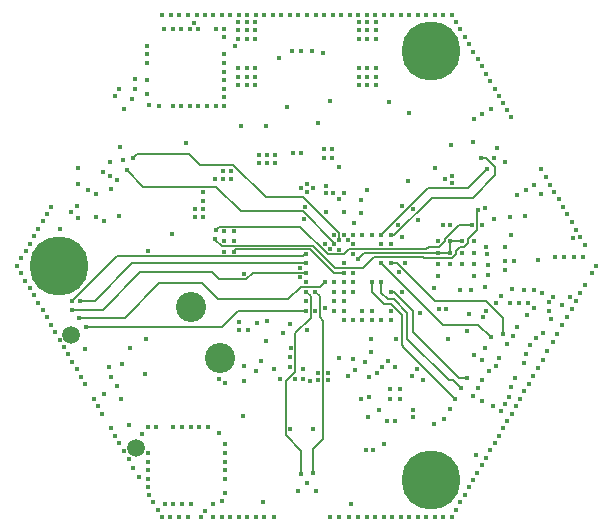
<source format=gbr>
%TF.GenerationSoftware,KiCad,Pcbnew,9.0.5*%
%TF.CreationDate,2025-10-19T17:26:29+02:00*%
%TF.ProjectId,PCB_PAPI,5043425f-5041-4504-992e-6b696361645f,rev?*%
%TF.SameCoordinates,Original*%
%TF.FileFunction,Copper,L6,Inr*%
%TF.FilePolarity,Positive*%
%FSLAX46Y46*%
G04 Gerber Fmt 4.6, Leading zero omitted, Abs format (unit mm)*
G04 Created by KiCad (PCBNEW 9.0.5) date 2025-10-19 17:26:29*
%MOMM*%
%LPD*%
G01*
G04 APERTURE LIST*
%TA.AperFunction,ComponentPad*%
%ADD10C,0.800000*%
%TD*%
%TA.AperFunction,ComponentPad*%
%ADD11C,5.000000*%
%TD*%
%TA.AperFunction,ComponentPad*%
%ADD12C,2.550000*%
%TD*%
%TA.AperFunction,ComponentPad*%
%ADD13C,1.500000*%
%TD*%
%TA.AperFunction,ViaPad*%
%ADD14C,0.400000*%
%TD*%
%TA.AperFunction,Conductor*%
%ADD15C,0.160000*%
%TD*%
G04 APERTURE END LIST*
D10*
%TO.N,GND*%
%TO.C,H1*%
X137625000Y-101186533D03*
X138174175Y-99860708D03*
X138174175Y-102512358D03*
X139500000Y-99311533D03*
D11*
X139500000Y-101186533D03*
D10*
X139500000Y-103061533D03*
X140825825Y-99860708D03*
X140825825Y-102512358D03*
X141375000Y-101186533D03*
%TD*%
%TO.N,GND*%
%TO.C,H3*%
X137625000Y-64813467D03*
X138174175Y-63487642D03*
X138174175Y-66139292D03*
X139500000Y-62938467D03*
D11*
X139500000Y-64813467D03*
D10*
X139500000Y-66688467D03*
X140825825Y-63487642D03*
X140825825Y-66139292D03*
X141375000Y-64813467D03*
%TD*%
%TO.N,GND*%
%TO.C,H2*%
X106125000Y-83000000D03*
X106674175Y-81674175D03*
X106674175Y-84325825D03*
X108000000Y-81125000D03*
D11*
X108000000Y-83000000D03*
D10*
X108000000Y-84875000D03*
X109325825Y-81674175D03*
X109325825Y-84325825D03*
X109875000Y-83000000D03*
%TD*%
D12*
%TO.N,VBAT+*%
%TO.C,J3*%
X119173647Y-86476918D03*
%TO.N,GND*%
X121673647Y-90807046D03*
D13*
X114513393Y-98405122D03*
X109013393Y-88878842D03*
%TD*%
D14*
%TO.N,GND*%
X133300000Y-82410000D03*
X131120000Y-73860000D03*
X130450000Y-73880000D03*
X130910000Y-81630000D03*
X132470000Y-80820000D03*
X137550000Y-75790000D03*
%TO.N,+3.3V*%
X128500000Y-73490000D03*
X127800000Y-73490000D03*
%TO.N,GND*%
X115580000Y-81760000D03*
X117570000Y-80310000D03*
X111810000Y-93830000D03*
X113290000Y-94250000D03*
X115304955Y-92164248D03*
%TO.N,Net-(U1-BOOT0)*%
X125130000Y-91100000D03*
%TO.N,GND*%
X135890000Y-91090000D03*
X135800000Y-96140000D03*
X139740000Y-96420000D03*
X143830000Y-94450000D03*
X144710000Y-94890000D03*
X145420000Y-95270000D03*
X143060000Y-94000000D03*
X143470000Y-93350000D03*
X143850000Y-92710000D03*
X144420000Y-91920000D03*
X144970000Y-91490000D03*
X146300000Y-93290000D03*
X146070000Y-94150000D03*
X145730000Y-94680000D03*
X138840000Y-92690000D03*
X138300000Y-91710000D03*
X140970000Y-89180000D03*
X139870000Y-74730000D03*
X141200000Y-72760000D03*
X144080000Y-78130000D03*
X143080000Y-72520000D03*
X126630000Y-65380000D03*
X130360000Y-64990000D03*
X114480000Y-68040000D03*
X109640000Y-74760000D03*
X112450000Y-76480000D03*
X123275000Y-88450000D03*
X123275000Y-87750000D03*
X123975000Y-88450000D03*
X128990000Y-88470000D03*
X127000000Y-88720000D03*
X127570000Y-87950000D03*
X125620000Y-87700000D03*
X128760000Y-79060000D03*
X128850000Y-78060000D03*
X133000000Y-79390000D03*
X136700000Y-79540000D03*
X137040000Y-80550000D03*
X137270000Y-82740000D03*
X136780000Y-83530000D03*
X137050000Y-85240000D03*
X139740000Y-84920000D03*
X144042500Y-84800000D03*
X151270000Y-85640000D03*
X150560000Y-86290000D03*
X149860000Y-85670000D03*
X147490000Y-78810000D03*
X138420000Y-79110000D03*
X130600000Y-76230000D03*
X130450000Y-73140000D03*
X131110000Y-73150000D03*
X111800000Y-79200000D03*
X125625000Y-73600000D03*
X126114000Y-61750808D03*
X123400000Y-71200000D03*
X142120000Y-80900000D03*
X148850000Y-74850000D03*
X133050000Y-91860000D03*
X117690000Y-103205000D03*
X133410000Y-67005000D03*
X143075000Y-101143648D03*
X139102000Y-104270000D03*
X144970000Y-86150000D03*
X133593705Y-77407982D03*
X109500000Y-91764593D03*
X149218000Y-75506756D03*
X123630000Y-92770000D03*
X128690000Y-91740000D03*
X142353000Y-102394189D03*
X141992000Y-103019459D03*
X137666000Y-61750808D03*
X152150000Y-80600000D03*
X118164000Y-104270000D03*
X113500000Y-69750000D03*
X114750000Y-100850000D03*
X139832000Y-61750808D03*
X133893701Y-91193701D03*
X106983000Y-78632299D03*
X144886000Y-68003512D03*
X123948000Y-61750808D03*
X151800000Y-79950000D03*
X140120000Y-83900000D03*
X117450000Y-61750808D03*
X122504000Y-61750808D03*
X129724000Y-61750808D03*
X146390000Y-85000000D03*
X133410000Y-62375000D03*
X124590000Y-67005000D03*
X110944000Y-94265674D03*
X133410000Y-63075000D03*
X116965000Y-103205000D03*
X141637000Y-62376079D03*
X146750000Y-88200000D03*
X146950000Y-86150000D03*
X144519000Y-98642567D03*
X120590000Y-96680000D03*
X120540000Y-69470000D03*
X146450000Y-88950000D03*
X130650000Y-76850000D03*
X121052000Y-104270000D03*
X147550000Y-90450000D03*
X123890000Y-63075000D03*
X147407000Y-93640404D03*
X111666000Y-95516215D03*
X118415000Y-96680000D03*
X149450000Y-86100000D03*
X137900000Y-92375000D03*
X143436000Y-100518378D03*
X134810000Y-63775000D03*
X136222000Y-61750808D03*
X123226000Y-61750808D03*
X123190000Y-67705000D03*
X117640000Y-62945000D03*
X148560000Y-82480000D03*
X135300000Y-87600000D03*
X147750000Y-86150000D03*
X142550000Y-88500000D03*
X133700000Y-87600000D03*
X134110000Y-63075000D03*
X148250000Y-76200000D03*
X145963000Y-96141485D03*
X146650000Y-92500000D03*
X124670000Y-61750808D03*
X146550000Y-82642500D03*
X121782000Y-61750808D03*
X121265000Y-62945000D03*
X129900000Y-70950000D03*
X150301000Y-77382567D03*
X117640000Y-69470000D03*
X133334000Y-61750808D03*
X128280000Y-61750808D03*
X129525000Y-96800000D03*
X153450000Y-83000000D03*
X118750000Y-72600000D03*
X148900000Y-85350000D03*
X116915000Y-62945000D03*
X127530000Y-90690000D03*
X124662000Y-104270000D03*
X122850000Y-81800000D03*
X142120000Y-82900000D03*
X127600000Y-96800000D03*
X104817000Y-82383921D03*
X121990000Y-66570000D03*
X135492000Y-104270000D03*
X139824000Y-104270000D03*
X113330000Y-91320000D03*
X136053705Y-94247982D03*
X138014170Y-78200000D03*
X135500000Y-61750808D03*
X121990000Y-68020000D03*
X119090000Y-69470000D03*
X121774000Y-104270000D03*
X125625000Y-74300000D03*
X132612000Y-61750808D03*
X123630000Y-91530000D03*
X134810000Y-62375000D03*
X140120000Y-82900000D03*
X112388000Y-96766756D03*
X148550000Y-91650000D03*
X133588705Y-78527982D03*
X144550000Y-69700000D03*
X121060000Y-61750808D03*
X129002000Y-61750808D03*
X121990000Y-63670000D03*
X115465000Y-67300000D03*
X142714000Y-101768918D03*
X133410000Y-67705000D03*
X147577429Y-76575945D03*
X136936000Y-104270000D03*
X140120000Y-80900000D03*
X111150000Y-76950000D03*
X111305000Y-94890945D03*
X143797000Y-99893107D03*
X151400000Y-86700000D03*
X136853705Y-93447982D03*
X134770000Y-104270000D03*
X129280000Y-92740000D03*
X146324000Y-95516215D03*
X113120000Y-68002704D03*
X119815000Y-69470000D03*
X124590000Y-63075000D03*
X105529000Y-84886619D03*
X132100000Y-84400000D03*
X122850000Y-80950000D03*
X146800000Y-77000000D03*
X134810000Y-67705000D03*
X123890000Y-63775000D03*
X110228769Y-90072037D03*
X113953769Y-96523927D03*
X148150000Y-92350000D03*
X143442000Y-65502430D03*
X115515000Y-98855000D03*
X121040000Y-103210000D03*
X122040000Y-98855000D03*
X125250000Y-103050000D03*
X136853705Y-94247982D03*
X134056000Y-61750808D03*
X114300000Y-100100000D03*
X123890000Y-62375000D03*
X115998000Y-103019459D03*
X143120000Y-80900000D03*
X107695000Y-88638241D03*
X117690000Y-96680000D03*
X121950000Y-80100000D03*
X126325000Y-73600000D03*
X115465000Y-64395000D03*
X118415000Y-103205000D03*
X124660000Y-91910000D03*
X112230000Y-91610000D03*
X141120000Y-80900000D03*
X145241000Y-97392026D03*
X148200000Y-85100000D03*
X124590000Y-62375000D03*
X131700000Y-81650000D03*
X132900000Y-90925000D03*
X118886000Y-104270000D03*
X123190000Y-63075000D03*
X117442000Y-104270000D03*
X123890000Y-67705000D03*
X136053705Y-93447982D03*
X105168000Y-84261349D03*
X132093799Y-78425000D03*
X123190000Y-62375000D03*
X123675000Y-83725000D03*
X113500000Y-98700000D03*
X116730000Y-61750000D03*
X144158000Y-99267837D03*
X131168000Y-61750808D03*
X122496000Y-104270000D03*
X145450000Y-85550000D03*
X119815000Y-62945000D03*
X147046000Y-94265674D03*
X123890000Y-67005000D03*
X145950000Y-69800000D03*
X120338000Y-61750808D03*
X132525000Y-104275000D03*
X132130000Y-76840000D03*
X125500000Y-71200000D03*
X118900000Y-61750000D03*
X113110000Y-98017296D03*
X124925000Y-74300000D03*
X121990000Y-65120000D03*
X123190000Y-66305000D03*
X127300000Y-69600000D03*
X131890000Y-61750808D03*
X121950000Y-81800000D03*
X134110000Y-62375000D03*
X124590000Y-66305000D03*
X109861000Y-92389863D03*
X125540000Y-89380000D03*
X108417000Y-89888782D03*
X142720000Y-64251890D03*
X127570000Y-91620000D03*
X122040000Y-98130000D03*
X144525000Y-67378241D03*
X135510000Y-98080000D03*
X124590000Y-67705000D03*
X108778000Y-90514052D03*
X115515000Y-96680000D03*
X150200000Y-88750000D03*
X107344000Y-78007029D03*
X116440000Y-69480000D03*
X152150000Y-85350000D03*
X131700000Y-104275000D03*
X141120000Y-81900000D03*
X134100000Y-76600000D03*
X114222373Y-68913175D03*
X134810000Y-67005000D03*
X122040000Y-101030000D03*
X123560000Y-95710000D03*
X122050000Y-102230000D03*
X149350000Y-90200000D03*
X147900000Y-89750000D03*
X123940000Y-104270000D03*
X108056000Y-89263512D03*
X134400000Y-90300000D03*
X134110000Y-63775000D03*
X106251000Y-86137160D03*
X126836000Y-61750808D03*
X137658000Y-104270000D03*
X134250000Y-94100000D03*
X136480000Y-96140000D03*
X143120000Y-82900000D03*
X147400000Y-85100000D03*
X143120000Y-81900000D03*
X133326000Y-104270000D03*
X122850000Y-80100000D03*
X143081000Y-64877160D03*
X145602000Y-96766756D03*
X123190000Y-63775000D03*
X151400000Y-79300000D03*
X121520000Y-97150000D03*
X147600000Y-87150000D03*
X141120000Y-82900000D03*
X137625000Y-70100000D03*
X151000000Y-87350000D03*
X115465000Y-65845000D03*
X116359000Y-103644729D03*
X109600000Y-76100000D03*
X144069400Y-89932462D03*
X143313813Y-99006250D03*
X134110000Y-67005000D03*
X145300000Y-90850000D03*
X135925000Y-69127276D03*
X119160000Y-103210000D03*
X123190000Y-67005000D03*
X152500000Y-81250000D03*
X149579000Y-76132026D03*
X151800000Y-86000000D03*
X112749000Y-97392026D03*
X148950000Y-90950000D03*
X118365000Y-69470000D03*
X109139000Y-91139323D03*
X125392000Y-61750808D03*
X104807000Y-83636079D03*
X138388000Y-61750808D03*
X138380000Y-104270000D03*
X108130000Y-79860000D03*
X134110000Y-66305000D03*
X142754088Y-87060000D03*
X130500000Y-86550000D03*
X119090000Y-62945000D03*
X130920000Y-69090000D03*
X105539000Y-81133381D03*
X146300000Y-70400000D03*
X134778000Y-61750808D03*
X152550000Y-84650000D03*
X147400000Y-91250000D03*
X132700000Y-103150000D03*
X118172000Y-61750808D03*
X127558000Y-61750808D03*
X144164000Y-66752971D03*
X134200000Y-95840000D03*
X149450000Y-86850000D03*
X134900000Y-92075000D03*
X148350000Y-89100000D03*
X138600000Y-87000000D03*
X133410000Y-66305000D03*
X148950000Y-88700000D03*
X106973000Y-87387701D03*
X148200000Y-86600000D03*
X114420000Y-67180000D03*
X119650000Y-61750000D03*
X107334000Y-88012971D03*
X141276000Y-61750808D03*
X123218000Y-104270000D03*
X141998000Y-63001349D03*
X126325000Y-74300000D03*
X115510000Y-101710000D03*
X146685000Y-94890945D03*
X134110000Y-67705000D03*
X125384000Y-104270000D03*
X143120000Y-83900000D03*
X113900000Y-99400000D03*
X124590000Y-63775000D03*
X142359000Y-63626619D03*
X116240000Y-96680000D03*
X115460000Y-68470000D03*
X130975000Y-104275000D03*
X143100000Y-70550000D03*
X104446000Y-83010808D03*
X110422571Y-76579945D03*
X121990000Y-68745000D03*
X116720000Y-104270000D03*
X150662000Y-78007837D03*
X141631000Y-103644729D03*
X144880000Y-98017296D03*
X132100000Y-83600000D03*
X105890000Y-85511890D03*
X145250000Y-68600000D03*
X106612000Y-86762430D03*
X126170000Y-91747982D03*
X153100000Y-83650000D03*
X139110000Y-61750808D03*
X134810000Y-63075000D03*
X140546000Y-104270000D03*
X112759000Y-68627974D03*
X149800000Y-89450000D03*
X140120000Y-81900000D03*
X130446000Y-61750808D03*
X147768000Y-93015134D03*
X142120000Y-81900000D03*
X151023000Y-78633107D03*
X136214000Y-104270000D03*
X115465000Y-65120000D03*
X121990000Y-67295000D03*
X121990000Y-65845000D03*
X119140000Y-96680000D03*
X121810000Y-102960000D03*
X133410000Y-63775000D03*
X135120000Y-95190000D03*
X110222000Y-93015134D03*
X149700000Y-87500000D03*
X126200000Y-104275000D03*
X123890000Y-66305000D03*
X143852429Y-70124055D03*
X120000000Y-104250000D03*
X122040000Y-100305000D03*
X134810000Y-66305000D03*
X105178000Y-81758651D03*
X124925000Y-73600000D03*
X140554000Y-61750808D03*
X134048000Y-104270000D03*
X141270000Y-104270000D03*
X132100000Y-85200000D03*
X113100000Y-78810000D03*
X121990000Y-69470000D03*
X145950000Y-89600000D03*
X121990000Y-62945000D03*
X115637000Y-102394189D03*
X106622000Y-79257570D03*
X150600000Y-88050000D03*
X115510000Y-99600000D03*
X149940000Y-76757296D03*
X105900000Y-80508110D03*
X121265000Y-69470000D03*
X119865000Y-96680000D03*
X146150000Y-86150000D03*
X143803000Y-66127701D03*
X122040000Y-99580000D03*
X131740000Y-90800000D03*
X118365000Y-62945000D03*
X145600000Y-69200000D03*
X130591205Y-78467982D03*
X136944000Y-61750808D03*
X115515000Y-101030000D03*
X106261000Y-79882840D03*
X115515000Y-100305000D03*
X121950000Y-80950000D03*
%TO.N,+3.3V*%
X134450000Y-89250000D03*
X136550000Y-89250000D03*
X128503705Y-76397982D03*
X141250000Y-76000000D03*
X150800000Y-82275000D03*
X134600000Y-98600000D03*
X112950000Y-75750000D03*
X150000000Y-82275000D03*
X129500000Y-76400000D03*
X144185000Y-86850000D03*
X112300000Y-75400000D03*
X131300000Y-86800000D03*
X140775000Y-86650000D03*
X132900000Y-83600000D03*
X151600000Y-82275000D03*
X132900000Y-84400000D03*
X132900000Y-85200000D03*
X134000000Y-98600000D03*
X136100000Y-87600000D03*
X128980000Y-76097984D03*
X134500000Y-87600000D03*
X128980000Y-76760000D03*
X129700000Y-86800000D03*
X140700000Y-75700000D03*
X152400000Y-82275000D03*
X141250000Y-75400000D03*
X140207500Y-86650000D03*
X111700000Y-75050000D03*
X143925000Y-87375000D03*
%TO.N,/HP+*%
X140569400Y-95994640D03*
%TO.N,Net-(C7-Pad1)*%
X132100000Y-82800000D03*
%TO.N,/HP-*%
X141069400Y-95128614D03*
%TO.N,Net-(C10-Pad1)*%
X132900000Y-82000000D03*
%TO.N,VBAT+*%
X124810000Y-87850000D03*
%TO.N,+5V*%
X120200000Y-77500000D03*
X114054955Y-89999184D03*
X119500000Y-78200000D03*
X115400000Y-89200000D03*
X120200000Y-78200000D03*
X120200000Y-76800000D03*
X120200000Y-78900000D03*
X119500000Y-78900000D03*
%TO.N,4.5V*%
X137950000Y-95800000D03*
X120340000Y-103730000D03*
X122600000Y-75700000D03*
X137950000Y-95250000D03*
X121200000Y-75700000D03*
X121900000Y-75700000D03*
X143800000Y-90950000D03*
X109502276Y-77962083D03*
X122075000Y-92940000D03*
X122600000Y-75000000D03*
X121590000Y-92580000D03*
X121900000Y-75000000D03*
X132500000Y-92300000D03*
X122910000Y-64440000D03*
X143150000Y-90550000D03*
%TO.N,/NRST*%
X131675000Y-74675000D03*
X129400000Y-64800000D03*
X132100000Y-87600000D03*
%TO.N,/GPIO_MOT1*%
X145100000Y-73000000D03*
X132900000Y-81200000D03*
%TO.N,/TX_MOT1*%
X134500000Y-80400000D03*
X145750000Y-74200000D03*
%TO.N,/RX_MOT1*%
X144849599Y-73849599D03*
X133700000Y-80400000D03*
%TO.N,/RX_MOT2*%
X129000000Y-101400000D03*
X134500000Y-86800000D03*
%TO.N,/TX_MOT2*%
X133700000Y-86800000D03*
X128200000Y-102050000D03*
%TO.N,/GPIO_MOT2*%
X129800000Y-102050000D03*
X136100000Y-86800000D03*
%TO.N,/GPIO_MOT3*%
X112300000Y-74200000D03*
X131300000Y-80400000D03*
%TO.N,/TX_MOT3*%
X113175000Y-72925000D03*
X132900000Y-80400000D03*
%TO.N,/RX_MOT3*%
X132100000Y-80400000D03*
X113433154Y-74016846D03*
%TO.N,/ESP32_TX*%
X141109144Y-79534697D03*
X135300000Y-81200000D03*
%TO.N,/ESP32_RX*%
X136100000Y-81200000D03*
X140516306Y-79550038D03*
%TO.N,/ACCEL_MOSI*%
X132100000Y-86000000D03*
X128650000Y-92600000D03*
%TO.N,Net-(IC5-INT2)*%
X129943705Y-92707982D03*
%TO.N,/ACCEL_MISO*%
X131300000Y-86000000D03*
X128000000Y-92600000D03*
%TO.N,Net-(IC5-INT1)*%
X130773705Y-92707982D03*
%TO.N,/ACCEL_CLK*%
X126750000Y-92626338D03*
X128900000Y-86000000D03*
%TO.N,/ACCEL_INT2*%
X129943705Y-92067982D03*
X132100000Y-86800000D03*
%TO.N,/ACCEL_INT1*%
X130773705Y-92067982D03*
X132900000Y-87600000D03*
%TO.N,/MOUSE_INT*%
X128900000Y-86800000D03*
X110300000Y-88175000D03*
%TO.N,/SWDIO*%
X127700000Y-64800000D03*
X131210000Y-76870000D03*
%TO.N,/SWCLK*%
X128500000Y-64800000D03*
X131730000Y-77330000D03*
%TO.N,/RX_LIDAR*%
X112900000Y-93200000D03*
X131300000Y-85200000D03*
%TO.N,/SDA_TOF1*%
X144250000Y-74850000D03*
X135300000Y-80400000D03*
%TO.N,/SDA_TOF3*%
X114300000Y-73900000D03*
X131700000Y-80800000D03*
%TO.N,/SCL_TOF1*%
X143750000Y-73850000D03*
X136100000Y-80400000D03*
%TO.N,/SDA_TOF2*%
X128900000Y-85200000D03*
X128500000Y-100600000D03*
%TO.N,/SDA_OLED*%
X136100000Y-82800000D03*
X145600000Y-88750000D03*
%TO.N,/LIDAR_PWM*%
X112400000Y-92450000D03*
X128900000Y-84400000D03*
%TO.N,/MOUSE_CS*%
X109087500Y-85987500D03*
X128900000Y-82000000D03*
%TO.N,/SCL_TOF2*%
X129500000Y-100550000D03*
X129700000Y-85200000D03*
%TO.N,/SCL_OLED*%
X144569400Y-89066436D03*
X135300000Y-82800000D03*
%TO.N,/SCL_TOF3*%
X113750000Y-74900000D03*
X131300000Y-81200000D03*
%TO.N,/MOUSE_MISO*%
X109100000Y-86725000D03*
X128900000Y-83600000D03*
%TO.N,/LED_TIM*%
X136100000Y-85200000D03*
X142569400Y-92530538D03*
%TO.N,/TX_SUP*%
X142069400Y-93396564D03*
X135300000Y-84400000D03*
%TO.N,/RX_SUP*%
X141569400Y-94262589D03*
X134500000Y-84400000D03*
%TO.N,Net-(IC8-~{OE})*%
X111147724Y-78912083D03*
%TO.N,Net-(U1-BOOT0)*%
X131300000Y-84400000D03*
X127620000Y-90000787D03*
%TO.N,Net-(IC8-Y)*%
X109000000Y-78450000D03*
X115600000Y-69420000D03*
%TO.N,Net-(LED2-DOUT)*%
X119400000Y-62450000D03*
X115040000Y-97292878D03*
%TO.N,Net-(U5-GPIO0)*%
X145800000Y-83400000D03*
%TO.N,RESET*%
X144350000Y-83800000D03*
%TO.N,/ESP32/mic_sck*%
X151525000Y-80675000D03*
%TO.N,/ESP32/mic_data*%
X146250000Y-80400000D03*
%TO.N,Net-(U5-GPIO3)*%
X144270000Y-82010000D03*
%TO.N,/ESP32/mic_frame_sck*%
X146150000Y-78850000D03*
%TO.N,/ESP32/BOOT1*%
X142850000Y-85100000D03*
%TO.N,Net-(U5-VDD_SPI)*%
X137039170Y-77950000D03*
%TO.N,/MOUSE_CLK*%
X128900000Y-82800000D03*
X109780000Y-85975000D03*
%TO.N,/MOUSE_MOSI*%
X130500000Y-84400000D03*
X109730000Y-87400000D03*
%TO.N,/ESP32/max_data*%
X144150000Y-81400000D03*
X134250000Y-92400000D03*
%TO.N,/ESP32/max_bit_clk*%
X135350000Y-91550000D03*
X145750000Y-82600000D03*
%TO.N,/RGB_TOM_JERRY*%
X109650000Y-79000000D03*
X130500000Y-81200000D03*
%TO.N,Net-(U5-GPIO45)*%
X141950000Y-85100000D03*
%TO.N,/ESP32/max_frame_clk*%
X136445361Y-91554639D03*
X144350000Y-82950000D03*
%TO.N,/ESP32/SD_FSPIQ*%
X121275000Y-79975000D03*
X143000000Y-79550000D03*
%TO.N,/ESP32/SD_FSPICLK*%
X121250000Y-80700000D03*
X143450000Y-78300000D03*
%TO.N,/ESP32/SD_FSPID*%
X128425000Y-83175000D03*
X143820000Y-79550000D03*
%TO.N,/ESP32/SD_FSPICS*%
X128450000Y-84000000D03*
X144850000Y-79050000D03*
%TO.N,/ESP32/max_gpio*%
X133600000Y-94250000D03*
X145800000Y-81400000D03*
%TO.N,Net-(MK2-LR)*%
X148800000Y-76900000D03*
%TD*%
D15*
%TO.N,GND*%
X133300000Y-82410000D02*
X133330000Y-82410000D01*
X140080000Y-81940000D02*
X140120000Y-81900000D01*
X133800000Y-81940000D02*
X140080000Y-81940000D01*
X133330000Y-82410000D02*
X133800000Y-81940000D01*
X141120000Y-80900000D02*
X142120000Y-80900000D01*
X141120000Y-81900000D02*
X141120000Y-80900000D01*
X140120000Y-81900000D02*
X141120000Y-81900000D01*
X123031000Y-81619000D02*
X122850000Y-81800000D01*
X129299000Y-81619000D02*
X123031000Y-81619000D01*
X131280000Y-83600000D02*
X129299000Y-81619000D01*
X132100000Y-83600000D02*
X131280000Y-83600000D01*
%TO.N,/SDA_TOF2*%
X127219000Y-92781000D02*
X127219000Y-97369000D01*
X128500000Y-98650000D02*
X128500000Y-100600000D01*
X128010000Y-91990000D02*
X127219000Y-92781000D01*
X127219000Y-97369000D02*
X128500000Y-98650000D01*
X128010000Y-88740000D02*
X128010000Y-91990000D01*
X129300000Y-87450000D02*
X128010000Y-88740000D01*
X129300000Y-85600000D02*
X129300000Y-87450000D01*
X128900000Y-85200000D02*
X129300000Y-85600000D01*
%TO.N,/SCL_TOF3*%
X123400000Y-78400000D02*
X128640000Y-78400000D01*
X121300000Y-76300000D02*
X123400000Y-78400000D01*
X115150000Y-76300000D02*
X121300000Y-76300000D01*
X131300000Y-81060000D02*
X131300000Y-81200000D01*
X113750000Y-74900000D02*
X115150000Y-76300000D01*
X128640000Y-78400000D02*
X131300000Y-81060000D01*
%TO.N,/SDA_OLED*%
X145600000Y-87400000D02*
X145600000Y-88750000D01*
X144200000Y-86000000D02*
X145600000Y-87400000D01*
X136620000Y-82800000D02*
X139820000Y-86000000D01*
X139820000Y-86000000D02*
X144200000Y-86000000D01*
X136100000Y-82800000D02*
X136620000Y-82800000D01*
%TO.N,/SCL_TOF1*%
X143050000Y-77250000D02*
X144950000Y-75350000D01*
X144950000Y-75350000D02*
X144950000Y-74650000D01*
X144950000Y-74650000D02*
X144150000Y-73850000D01*
X144150000Y-73850000D02*
X143750000Y-73850000D01*
X136400000Y-80400000D02*
X139550000Y-77250000D01*
X139550000Y-77250000D02*
X143050000Y-77250000D01*
X136100000Y-80400000D02*
X136400000Y-80400000D01*
%TO.N,/MOUSE_INT*%
X121825000Y-88175000D02*
X110300000Y-88175000D01*
X123200000Y-86800000D02*
X121825000Y-88175000D01*
X128900000Y-86800000D02*
X123200000Y-86800000D01*
%TO.N,/SDA_TOF1*%
X135300000Y-80375354D02*
X139225354Y-76450000D01*
X142650000Y-76450000D02*
X144250000Y-74850000D01*
X135300000Y-80400000D02*
X135300000Y-80375354D01*
X139225354Y-76450000D02*
X142650000Y-76450000D01*
%TO.N,/SDA_TOF3*%
X128638816Y-77200000D02*
X125500000Y-77200000D01*
X125500000Y-77200000D02*
X122750000Y-74450000D01*
X131700000Y-80800000D02*
X131700000Y-80261184D01*
X119950000Y-74450000D02*
X119050000Y-73550000D01*
X119050000Y-73550000D02*
X114650000Y-73550000D01*
X122750000Y-74450000D02*
X119950000Y-74450000D01*
X131700000Y-80261184D02*
X128638816Y-77200000D01*
X114650000Y-73550000D02*
X114300000Y-73900000D01*
%TO.N,/MOUSE_CS*%
X109087500Y-85987500D02*
X112875000Y-82200000D01*
X128700000Y-82200000D02*
X128900000Y-82000000D01*
X112875000Y-82200000D02*
X128700000Y-82200000D01*
%TO.N,/SCL_TOF2*%
X129500000Y-100550000D02*
X129500000Y-98550000D01*
X130350000Y-97700000D02*
X130350000Y-87650000D01*
X130080000Y-87380000D02*
X130080000Y-85580000D01*
X130080000Y-85580000D02*
X129700000Y-85200000D01*
X129500000Y-98550000D02*
X130350000Y-97700000D01*
X130350000Y-87650000D02*
X130080000Y-87380000D01*
%TO.N,/SCL_OLED*%
X143502964Y-88000000D02*
X144569400Y-89066436D01*
X135300000Y-82800000D02*
X140500000Y-88000000D01*
X140500000Y-88000000D02*
X143502964Y-88000000D01*
%TO.N,/MOUSE_MISO*%
X111725000Y-86725000D02*
X109100000Y-86725000D01*
X128900000Y-83600000D02*
X124400000Y-83600000D01*
X121550000Y-84150000D02*
X120950000Y-83550000D01*
X120950000Y-83550000D02*
X114900000Y-83550000D01*
X114900000Y-83550000D02*
X111725000Y-86725000D01*
X123850000Y-84150000D02*
X121550000Y-84150000D01*
X124400000Y-83600000D02*
X123850000Y-84150000D01*
%TO.N,/LED_TIM*%
X142569400Y-92530538D02*
X141830538Y-92530538D01*
X136350000Y-85200000D02*
X136100000Y-85200000D01*
X137950000Y-86800000D02*
X136350000Y-85200000D01*
X137950000Y-88650000D02*
X137950000Y-86800000D01*
X141830538Y-92530538D02*
X137950000Y-88650000D01*
%TO.N,/TX_SUP*%
X135300000Y-85300000D02*
X135850000Y-85850000D01*
X141000000Y-92700000D02*
X141372836Y-92700000D01*
X135300000Y-84400000D02*
X135300000Y-85300000D01*
X136350000Y-85850000D02*
X137500000Y-87000000D01*
X137500000Y-89200000D02*
X141000000Y-92700000D01*
X135850000Y-85850000D02*
X136350000Y-85850000D01*
X137500000Y-87000000D02*
X137500000Y-89200000D01*
X141372836Y-92700000D02*
X142069400Y-93396564D01*
%TO.N,/RX_SUP*%
X136088816Y-86250000D02*
X135550000Y-86250000D01*
X137050000Y-87211184D02*
X136088816Y-86250000D01*
X137250000Y-89943189D02*
X137243189Y-89943189D01*
X137050000Y-89750000D02*
X137050000Y-87211184D01*
X134500000Y-85200000D02*
X134500000Y-84400000D01*
X137243189Y-89943189D02*
X137050000Y-89750000D01*
X141569400Y-94262589D02*
X137250000Y-89943189D01*
X135550000Y-86250000D02*
X134500000Y-85200000D01*
%TO.N,/MOUSE_CLK*%
X128588816Y-82800000D02*
X128582816Y-82794000D01*
X114200000Y-82800000D02*
X111025000Y-85975000D01*
X128261184Y-82800000D02*
X114200000Y-82800000D01*
X111025000Y-85975000D02*
X109780000Y-85975000D01*
X128582816Y-82794000D02*
X128267184Y-82794000D01*
X128267184Y-82794000D02*
X128261184Y-82800000D01*
X128900000Y-82800000D02*
X128588816Y-82800000D01*
%TO.N,/MOUSE_MOSI*%
X109730000Y-87400000D02*
X113600000Y-87400000D01*
X120150000Y-84500000D02*
X121500000Y-85850000D01*
X116500000Y-84500000D02*
X120150000Y-84500000D01*
X121500000Y-85850000D02*
X127400000Y-85850000D01*
X128469000Y-84781000D02*
X130119000Y-84781000D01*
X113600000Y-87400000D02*
X116500000Y-84500000D01*
X127400000Y-85850000D02*
X128469000Y-84781000D01*
X130119000Y-84781000D02*
X130500000Y-84400000D01*
%TO.N,/ESP32/SD_FSPIQ*%
X141850000Y-79550000D02*
X143000000Y-79550000D01*
X140650000Y-80750000D02*
X141850000Y-79550000D01*
X140650000Y-80912000D02*
X140650000Y-80750000D01*
X140162000Y-81400000D02*
X140650000Y-80912000D01*
X139319000Y-81400000D02*
X140162000Y-81400000D01*
X132169000Y-82031000D02*
X132581000Y-81619000D01*
X128449000Y-79719000D02*
X130761000Y-82031000D01*
X121531000Y-79719000D02*
X128449000Y-79719000D01*
X130761000Y-82031000D02*
X132169000Y-82031000D01*
X121275000Y-79975000D02*
X121531000Y-79719000D01*
X132581000Y-81619000D02*
X139100000Y-81619000D01*
X139100000Y-81619000D02*
X139319000Y-81400000D01*
%TO.N,/ESP32/SD_FSPICLK*%
X143381000Y-78369000D02*
X143450000Y-78300000D01*
X143381000Y-79969000D02*
X143381000Y-78369000D01*
X142600000Y-80750000D02*
X143381000Y-79969000D01*
X142600000Y-81100000D02*
X142600000Y-80750000D01*
X142300000Y-81400000D02*
X142600000Y-81100000D01*
X141950000Y-81400000D02*
X142300000Y-81400000D01*
X141600000Y-81750000D02*
X141950000Y-81400000D01*
X141600000Y-82050000D02*
X141600000Y-81750000D01*
X141300000Y-82350000D02*
X141600000Y-82050000D01*
X138950000Y-82350000D02*
X141300000Y-82350000D01*
X138850000Y-82250000D02*
X138950000Y-82350000D01*
X133750000Y-83200000D02*
X134700000Y-82250000D01*
X134700000Y-82250000D02*
X138850000Y-82250000D01*
X129500000Y-81350000D02*
X131350000Y-83200000D01*
X131350000Y-83200000D02*
X133750000Y-83200000D01*
X121250000Y-80788816D02*
X121811184Y-81350000D01*
X121250000Y-80700000D02*
X121250000Y-80788816D01*
X121811184Y-81350000D02*
X129500000Y-81350000D01*
%TD*%
M02*

</source>
